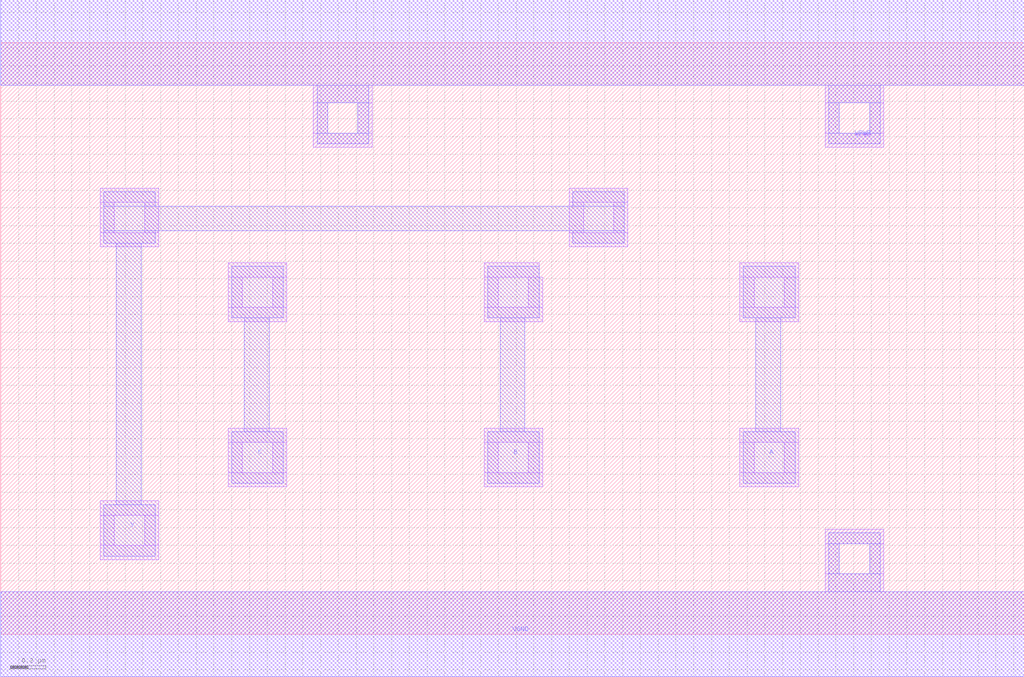
<source format=lef>
VERSION 5.7 ;
  NOWIREEXTENSIONATPIN ON ;
  DIVIDERCHAR "/" ;
  BUSBITCHARS "[]" ;
MACRO NAND3X1
  CLASS CORE ;
  FOREIGN NAND3X1 ;
  ORIGIN 0.000 0.000 ;
  SIZE 5.760 BY 3.330 ;
  SYMMETRY X Y R90 ;
  SITE unit ;
  PIN VPWR
    DIRECTION INOUT ;
    USE POWER ;
    SHAPE ABUTMENT ;
    PORT
      LAYER met1 ;
        RECT 0.000 3.090 5.760 3.570 ;
        RECT 1.780 2.990 2.070 3.090 ;
        RECT 1.780 2.820 1.840 2.990 ;
        RECT 2.010 2.820 2.070 2.990 ;
        RECT 1.780 2.760 2.070 2.820 ;
        RECT 4.660 2.990 4.950 3.090 ;
        RECT 4.660 2.820 4.720 2.990 ;
        RECT 4.890 2.820 4.950 2.990 ;
        RECT 4.660 2.760 4.950 2.820 ;
    END
    PORT
      LAYER li1 ;
        RECT 0.000 3.090 5.760 3.570 ;
        RECT 1.760 2.990 2.090 3.090 ;
        RECT 1.760 2.820 1.840 2.990 ;
        RECT 2.010 2.820 2.090 2.990 ;
        RECT 1.760 2.740 2.090 2.820 ;
        RECT 4.640 2.990 4.970 3.090 ;
        RECT 4.640 2.820 4.720 2.990 ;
        RECT 4.890 2.820 4.970 2.990 ;
        RECT 4.640 2.740 4.970 2.820 ;
    END
  END VPWR
  PIN VGND
    DIRECTION INOUT ;
    USE GROUND ;
    SHAPE ABUTMENT ;
    PORT
      LAYER met1 ;
        RECT 4.660 0.510 4.950 0.570 ;
        RECT 4.660 0.340 4.720 0.510 ;
        RECT 4.890 0.340 4.950 0.510 ;
        RECT 4.660 0.240 4.950 0.340 ;
        RECT 0.000 -0.240 5.760 0.240 ;
    END
    PORT
      LAYER li1 ;
        RECT 4.640 0.510 4.970 0.590 ;
        RECT 4.640 0.340 4.720 0.510 ;
        RECT 4.890 0.340 4.970 0.510 ;
        RECT 4.640 0.240 4.970 0.340 ;
        RECT 0.000 -0.240 5.760 0.240 ;
    END
  END VGND
  PIN Y
    DIRECTION INOUT ;
    USE SIGNAL ;
    SHAPE ABUTMENT ;
    PORT
      LAYER met1 ;
        RECT 0.580 2.410 0.870 2.490 ;
        RECT 3.220 2.410 3.510 2.490 ;
        RECT 0.580 2.270 3.510 2.410 ;
        RECT 0.580 2.200 0.870 2.270 ;
        RECT 3.220 2.200 3.510 2.270 ;
        RECT 0.650 0.730 0.790 2.200 ;
        RECT 0.580 0.440 0.870 0.730 ;
    END
  END Y
  PIN C
    DIRECTION INOUT ;
    USE SIGNAL ;
    SHAPE ABUTMENT ;
    PORT
      LAYER met1 ;
        RECT 1.300 1.780 1.590 2.070 ;
        RECT 1.370 1.140 1.510 1.780 ;
        RECT 1.300 0.850 1.590 1.140 ;
    END
  END C
  PIN B
    DIRECTION INOUT ;
    USE SIGNAL ;
    SHAPE ABUTMENT ;
    PORT
      LAYER met1 ;
        RECT 2.740 1.780 3.030 2.070 ;
        RECT 2.810 1.140 2.950 1.780 ;
        RECT 2.740 0.850 3.030 1.140 ;
    END
  END B
  PIN A
    DIRECTION INOUT ;
    USE SIGNAL ;
    SHAPE ABUTMENT ;
    PORT
      LAYER met1 ;
        RECT 4.180 1.780 4.470 2.070 ;
        RECT 4.250 1.140 4.390 1.780 ;
        RECT 4.180 0.850 4.470 1.140 ;
    END
  END A
  OBS
      LAYER li1 ;
        RECT 0.560 2.430 0.890 2.510 ;
        RECT 0.560 2.260 0.640 2.430 ;
        RECT 0.810 2.260 0.890 2.430 ;
        RECT 0.560 2.180 0.890 2.260 ;
        RECT 3.200 2.430 3.530 2.510 ;
        RECT 3.200 2.260 3.280 2.430 ;
        RECT 3.450 2.260 3.530 2.430 ;
        RECT 3.200 2.180 3.530 2.260 ;
        RECT 1.280 2.010 1.610 2.090 ;
        RECT 1.280 1.840 1.360 2.010 ;
        RECT 1.530 1.840 1.610 2.010 ;
        RECT 1.280 1.760 1.610 1.840 ;
        RECT 2.720 2.010 3.030 2.090 ;
        RECT 4.160 2.010 4.490 2.090 ;
        RECT 2.720 1.840 2.800 2.010 ;
        RECT 2.970 1.840 3.050 2.010 ;
        RECT 2.720 1.760 3.050 1.840 ;
        RECT 4.160 1.840 4.240 2.010 ;
        RECT 4.410 1.840 4.490 2.010 ;
        RECT 4.160 1.760 4.490 1.840 ;
        RECT 1.280 1.080 1.610 1.160 ;
        RECT 1.280 0.910 1.360 1.080 ;
        RECT 1.530 0.910 1.610 1.080 ;
        RECT 1.280 0.830 1.610 0.910 ;
        RECT 2.720 1.080 3.050 1.160 ;
        RECT 2.720 0.910 2.800 1.080 ;
        RECT 2.970 0.910 3.050 1.080 ;
        RECT 2.720 0.830 3.050 0.910 ;
        RECT 4.160 1.080 4.490 1.160 ;
        RECT 4.160 0.910 4.240 1.080 ;
        RECT 4.410 0.910 4.490 1.080 ;
        RECT 4.160 0.830 4.490 0.910 ;
        RECT 0.560 0.670 0.890 0.750 ;
        RECT 0.560 0.500 0.640 0.670 ;
        RECT 0.810 0.500 0.890 0.670 ;
        RECT 0.560 0.420 0.890 0.500 ;
  END
END NAND3X1
END LIBRARY


</source>
